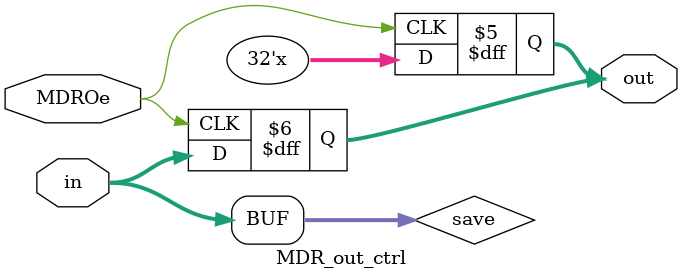
<source format=v>
module DM(
    input [31:0] DM_addr,
    input DM_r,
    input DM_w,
    input [31:0] data_write,
    output [31:0] data_read);

    reg [31:0] memory[0:255];
    reg [31:0] data_read;
    integer i;

    initial begin
        memory[0]=32'b00000000000000010001000000100001; //RF[2]=RF[0]+RF[1]=1
        memory[1]=32'b00000000100000110010100001100010; //RF[5]=RF[4]-RF[3]=1
        memory[2]=32'b10001100001001000000000000011000; //DM[24+1](9)->RF[4]=9
        memory[3]=32'b10101100010111110000000000001111; //RF[31](31)->DM[15+1]=31 
        memory[4]=32'b00000000000000010011100000101011; //RF[0]<RF[1]?->RF[7]=1(triggered)
        memory[5]=32'b00010000001000100000000000000001; //RF[1]==RF[2]?->PC+=1(triggered)
        memory[6]=32'b10001100100000000000000000000111; //DM[7+9](31)->RF[0]=31(skipped)
        memory[7]=32'b10001100100000000000000000001000; //DM[8+9](1)->RF[0]=1
        memory[8]=32'b00001000000000000000000000000000; //PC=0
                                                        //PC=0 RF[2]=RF[0]+RF[1]=2
                                                        //PC=1 RF[5]=RF[4]-RF[3]=6
                                                        //PC=2 DM[24+1](9)->RF[4]=9
                                                        //PC=3 RF[31](31)->DM[15+2]=31
                                                        //PC=4 RF[0]<RF[1]?->RF[7]=1(not triggered)
                                                        //PC=5 RF[1]==RF[2]?->PC+=1(not triggered)
                                                        //PC=6 DM[7+9](31)->RF[0]=31
                                                        //PC=7 DM[8+9](31)->RF[0]=31

        for(i=16;i<=31;i=i+1) begin
            memory[i]=i-16;
        end
    end

    always@(posedge DM_r) begin
        data_read=memory[DM_addr[7:0]];
    end

    always@(posedge DM_w) begin
        memory[DM_addr[7:0]]=data_write;
    end
endmodule

module DM_out_ctrl(input MemOe,input [31:0] in,output [31:0] out);
    reg [31:0] out;
    reg [31:0] save;

    always@(*) begin
        save=in;
    end

    always@(posedge MemOe) begin
        #1
        out=save; 
    end

    always@(negedge MemOe) out=32'bz;
endmodule

module MAR(input clk,input [31:0] MAR_IN,input MARWr,output [31:0] MAR_OUT);
    reg [31:0] MAR_OUT;
    reg [31:0] save;

    always@(*) begin
        save=MAR_IN;
    end

    always@(posedge clk) begin
        #2
        if(MARWr) MAR_OUT=MAR_IN;
    end
endmodule

module MDR(input clk,input [31:0] MDR_IN,input MDRWr,output [31:0] MDR_OUT);
    reg [31:0] MDR_OUT;
    reg [31:0] save;

    always@(*) begin
        save=MDR_IN;
    end

    always@(posedge clk) begin
        #4
        if(MDRWr) begin
            MDR_OUT=MDR_IN;
        end
    end
endmodule

module MDR_out_ctrl(input MDROe,input [31:0] in,output [31:0] out);
    reg [31:0] out;
    reg [31:0] save;

    always@(*) save=in;
    always@(posedge MDROe) out=save;
    always@(negedge MDROe) out=32'bz;
endmodule
</source>
